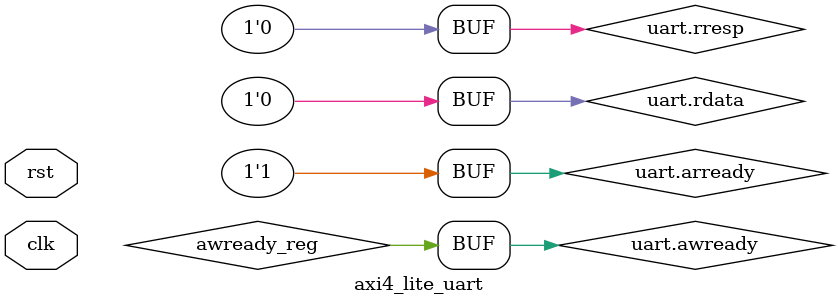
<source format=sv>
module axi4_lite_uart (
    input         clk,
    input         rst,
    
    axi4_lite_interface uart
);


reg [7:0] device_reg;  

reg        awready_reg;
reg        wready_reg;
reg [31:0] awaddr_latched;
reg [31:0] wdata_latched;
reg [3:0]  wstrb_latched;


localparam WR_IDLE = 2'b00;
localparam WR_DATA = 2'b01;
localparam WR_RESP = 2'b10;
reg [1:0] wr_state;

reg        bvalid_reg;
reg [1:0]  bresp_reg;


always @(posedge clk) begin
    if (rst) begin
        wr_state     <= WR_IDLE;
        awready_reg  <= 1'b1;
        wready_reg   <= 1'b1;
        awaddr_latched <= 32'h0;
        wdata_latched <= 32'h0;
        wstrb_latched <= 4'h0;
        device_reg   <= 8'h0;
        bvalid_reg   <= 1'b0;
        bresp_reg    <= 2'b00;
    end
    else begin
        case (wr_state)
            // 等待地址和数据
            WR_IDLE: begin
                if (uart.awvalid && awready_reg) begin
                    awaddr_latched <= uart.awaddr;
                    awready_reg    <= 1'b0;
                end
                
                if (uart.wvalid && wready_reg) begin
                    wdata_latched <= uart.wdata;
                    wstrb_latched <= uart.wstrb;
                    wready_reg    <= 1'b0;
                end
                
                // 当两者都准备好后进入处理
                if ((~awready_reg|uart.awvalid) & (~wready_reg|uart.wvalid)) begin
                    wr_state <= WR_DATA;
                end
            end
            
            // 数据处理阶段
            WR_DATA: begin
                // 检查地址
                if (awaddr_latched == 32'ha00003f8 && wstrb_latched[0]) begin
                    device_reg <= wdata_latched[7:0];  // 更新寄存器
                    $write("%c", wdata_latched[7:0]);  // 打印ASCII字符
                end
                
                // 进入响应阶段
                bvalid_reg <= 1'b1;
                wr_state   <= WR_RESP;
            end
            
            // 响应阶段
            WR_RESP: begin
                if (uart.bready) begin
                    bvalid_reg   <= 1'b0;
                    awready_reg  <= 1'b1;  // 准备接收下一事务
                    wready_reg   <= 1'b1;
                    wr_state     <= WR_IDLE;
                end
            end
            default: begin
                wr_state <= WR_IDLE;
                awready_reg  <= 1'b1;
                wready_reg   <= 1'b1;
                awaddr_latched <= 32'h0;
                wdata_latched <= 32'h0;
                wstrb_latched <= 4'h0;
                device_reg   <= 8'h0;
                bvalid_reg   <= 1'b0;
                bresp_reg    <= 2'b00;
            end
        endcase
    end
end

//----------------------------------------------------------
// 读通道处理（仅返回0保持协议完整）
//----------------------------------------------------------
assign uart.arready = 1'b1;  // 始终准备好接收读地址
assign uart.rvalid  = uart.arvalid; 
assign uart.rdata    = 32'h0; 
assign uart.rresp    = 2'b00; 


assign uart.awready = awready_reg;
assign uart.wready  = wready_reg;
assign uart.bvalid  = bvalid_reg;
assign uart.bresp   = bresp_reg;

endmodule

</source>
